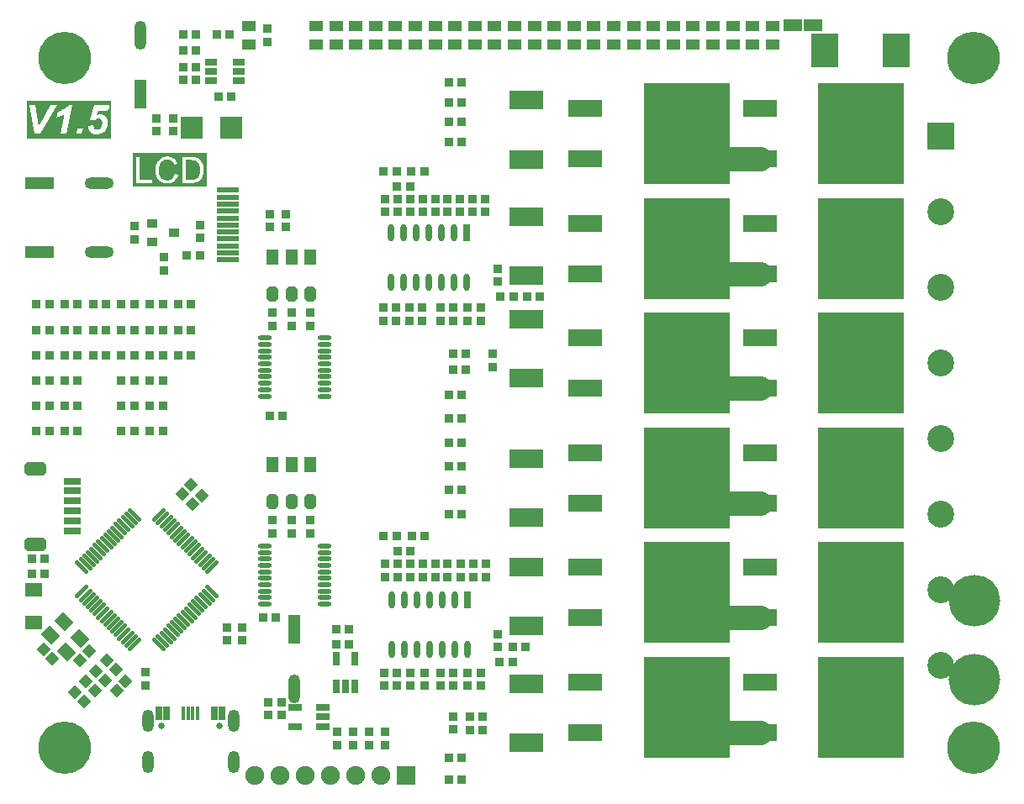
<source format=gts>
G04*
G04 #@! TF.GenerationSoftware,Altium Limited,Altium Designer,20.0.12 (288)*
G04*
G04 Layer_Color=8388736*
%FSLAX25Y25*%
%MOIN*%
G70*
G01*
G75*
%ADD58C,0.09500*%
%ADD59R,0.07400X0.05000*%
%ADD60R,0.34265X0.40170*%
%ADD61R,0.13398X0.07099*%
%ADD62R,0.11036X0.13202*%
%ADD63R,0.06902X0.03162*%
G04:AMPARAMS|DCode=64|XSize=86.74mil|YSize=55.24mil|CornerRadius=0mil|HoleSize=0mil|Usage=FLASHONLY|Rotation=180.000|XOffset=0mil|YOffset=0mil|HoleType=Round|Shape=Octagon|*
%AMOCTAGOND64*
4,1,8,-0.04337,0.01381,-0.04337,-0.01381,-0.02956,-0.02762,0.02956,-0.02762,0.04337,-0.01381,0.04337,0.01381,0.02956,0.02762,-0.02956,0.02762,-0.04337,0.01381,0.0*
%
%ADD64OCTAGOND64*%

%ADD65R,0.03800X0.03800*%
%ADD66R,0.03800X0.03800*%
%ADD67R,0.04737X0.11430*%
%ADD68O,0.04737X0.11430*%
%ADD69R,0.06706X0.05524*%
%ADD70P,0.05374X4X180.0*%
%ADD71P,0.05374X4X90.0*%
G04:AMPARAMS|DCode=72|XSize=51.31mil|YSize=59.18mil|CornerRadius=0mil|HoleSize=0mil|Usage=FLASHONLY|Rotation=225.000|XOffset=0mil|YOffset=0mil|HoleType=Round|Shape=Rectangle|*
%AMROTATEDRECTD72*
4,1,4,-0.00278,0.03906,0.03906,-0.00278,0.00278,-0.03906,-0.03906,0.00278,-0.00278,0.03906,0.0*
%
%ADD72ROTATEDRECTD72*%

G04:AMPARAMS|DCode=73|XSize=17.84mil|YSize=69.02mil|CornerRadius=0mil|HoleSize=0mil|Usage=FLASHONLY|Rotation=135.000|XOffset=0mil|YOffset=0mil|HoleType=Round|Shape=Round|*
%AMOVALD73*
21,1,0.05118,0.01784,0.00000,0.00000,225.0*
1,1,0.01784,0.01810,0.01810*
1,1,0.01784,-0.01810,-0.01810*
%
%ADD73OVALD73*%

G04:AMPARAMS|DCode=74|XSize=17.84mil|YSize=69.02mil|CornerRadius=0mil|HoleSize=0mil|Usage=FLASHONLY|Rotation=45.000|XOffset=0mil|YOffset=0mil|HoleType=Round|Shape=Round|*
%AMOVALD74*
21,1,0.05118,0.01784,0.00000,0.00000,135.0*
1,1,0.01784,0.01810,-0.01810*
1,1,0.01784,-0.01810,0.01810*
%
%ADD74OVALD74*%

%ADD75R,0.05800X0.04300*%
G04:AMPARAMS|DCode=76|XSize=59.18mil|YSize=47.37mil|CornerRadius=0mil|HoleSize=0mil|Usage=FLASHONLY|Rotation=270.000|XOffset=0mil|YOffset=0mil|HoleType=Round|Shape=Octagon|*
%AMOCTAGOND76*
4,1,8,-0.01184,-0.02959,0.01184,-0.02959,0.02368,-0.01775,0.02368,0.01775,0.01184,0.02959,-0.01184,0.02959,-0.02368,0.01775,-0.02368,-0.01775,-0.01184,-0.02959,0.0*
%
%ADD76OCTAGOND76*%

%ADD77R,0.04737X0.05918*%
%ADD78R,0.08674X0.08674*%
%ADD79R,0.13398X0.07296*%
%ADD80R,0.02769X0.06706*%
%ADD81O,0.02769X0.06706*%
%ADD82R,0.05524X0.02769*%
%ADD83R,0.04737X0.02572*%
%ADD84R,0.11430X0.04737*%
%ADD85O,0.11430X0.04737*%
%ADD86O,0.05524X0.01784*%
%ADD87R,0.01681X0.05618*%
%ADD88R,0.02500X0.05618*%
%ADD89R,0.02862X0.05618*%
%ADD90R,0.02769X0.05524*%
%ADD91R,0.08674X0.02296*%
%ADD92R,0.04343X0.03556*%
%ADD93C,0.10642*%
%ADD94R,0.10642X0.10642*%
%ADD95C,0.20800*%
%ADD96R,0.07493X0.07493*%
%ADD97C,0.07493*%
%ADD98C,0.02559*%
%ADD99O,0.04600X0.08800*%
%ADD100C,0.20485*%
%ADD101C,0.18800*%
G36*
X367700Y403100D02*
X334500D01*
Y418300D01*
X367700D01*
Y403100D01*
D02*
G37*
G36*
X405800Y384100D02*
X376300D01*
Y397400D01*
X405800D01*
Y384100D01*
D02*
G37*
%LPC*%
G36*
X346202Y416539D02*
X346085D01*
D01*
X343853D01*
X339071Y407826D01*
X337622Y416539D01*
X335273D01*
X337322Y405011D01*
X335273D01*
X344609D01*
X339838D01*
X346202Y416539D01*
D02*
G37*
G36*
X356531Y407193D02*
Y405011D01*
D01*
D01*
Y407193D01*
D02*
G37*
G36*
D02*
X354299D01*
X353866Y405011D01*
D01*
X356098D01*
X356531Y407193D01*
D02*
G37*
G36*
X352383Y416606D02*
D01*
Y405011D01*
X352383D01*
X352383D01*
Y416606D01*
D02*
G37*
G36*
D02*
X350699D01*
X351017D01*
X350700Y416289D01*
X350367Y415989D01*
X350000Y415706D01*
X349634Y415423D01*
X349267Y415173D01*
X348884Y414923D01*
X348518Y414690D01*
X348168Y414490D01*
X347835Y414290D01*
X347518Y414124D01*
X347235Y413990D01*
X347002Y413874D01*
X346802Y413774D01*
X346652Y413691D01*
X346552Y413657D01*
X346535Y413640D01*
X346518D01*
X346202Y412167D01*
X346085Y411625D01*
X346369Y411691D01*
X346635Y411775D01*
X346918Y411858D01*
X347168Y411941D01*
X347385Y412024D01*
X347568Y412074D01*
X347635Y412108D01*
X347685Y412124D01*
X347701Y412141D01*
X347718D01*
X348051Y412291D01*
X348368Y412441D01*
X348651Y412574D01*
X348884Y412708D01*
X349084Y412824D01*
X349234Y412907D01*
X349317Y412974D01*
X349351Y412991D01*
X347685Y405011D01*
X346202D01*
D01*
X349951D01*
X352383Y416606D01*
D02*
G37*
G36*
X366927Y416389D02*
Y404794D01*
X362012Y404794D01*
X362445Y404827D01*
X362845Y404894D01*
X363212Y404994D01*
X363545Y405111D01*
X363812Y405210D01*
X363928Y405261D01*
X364028Y405310D01*
X364111Y405361D01*
X364161Y405377D01*
X364195Y405410D01*
X364211D01*
X364595Y405660D01*
X364928Y405944D01*
X365211Y406244D01*
X365444Y406527D01*
X365628Y406793D01*
X365711Y406910D01*
X365761Y407010D01*
X365811Y407077D01*
X365844Y407143D01*
X365877Y407176D01*
Y407193D01*
X366077Y407626D01*
X366227Y408059D01*
X366327Y408459D01*
X366410Y408809D01*
X366427Y408976D01*
X366444Y409126D01*
X366460Y409242D01*
Y409359D01*
X366477Y409442D01*
Y409509D01*
Y409542D01*
Y409559D01*
X366460Y409825D01*
X366444Y410092D01*
X366344Y410558D01*
X366277Y410775D01*
X366211Y410975D01*
X366127Y411158D01*
X366044Y411308D01*
X365961Y411458D01*
X365877Y411591D01*
X365811Y411691D01*
X365744Y411775D01*
X365694Y411858D01*
X365644Y411908D01*
X365628Y411925D01*
X365611Y411941D01*
X365444Y412108D01*
X365278Y412241D01*
X365094Y412358D01*
X364911Y412458D01*
X364545Y412624D01*
X364211Y412724D01*
X363912Y412791D01*
X363778Y412808D01*
X363662Y412824D01*
X363578Y412841D01*
X363445D01*
X363195Y412824D01*
X362995Y412808D01*
X362895Y412791D01*
X362829Y412774D01*
X362795Y412757D01*
X362779D01*
X362545Y412691D01*
X362329Y412624D01*
X362245Y412591D01*
X362179Y412574D01*
X362146Y412541D01*
X362129D01*
X362645Y414324D01*
X366494Y414324D01*
X366927Y416389D01*
X361113Y416389D01*
X359363Y410475D01*
X361213Y410342D01*
X361363Y410492D01*
X361496Y410608D01*
X361629Y410725D01*
X361746Y410808D01*
X361846Y410875D01*
X361929Y410925D01*
X361979Y410942D01*
X361996Y410958D01*
X362146Y411025D01*
X362312Y411092D01*
X362445Y411125D01*
X362579Y411141D01*
X362695Y411158D01*
X362779Y411175D01*
X362862D01*
X363078Y411158D01*
X363279Y411108D01*
X363445Y411041D01*
X363578Y410975D01*
X363695Y410892D01*
X363778Y410825D01*
X363828Y410775D01*
X363845Y410758D01*
X363978Y410592D01*
X364061Y410392D01*
X364128Y410192D01*
X364178Y409992D01*
X364211Y409825D01*
X364228Y409675D01*
Y409576D01*
Y409559D01*
Y409542D01*
X364195Y409059D01*
X364128Y408626D01*
X364012Y408259D01*
X363895Y407959D01*
X363778Y407726D01*
X363712Y407626D01*
X363662Y407560D01*
X363628Y407493D01*
X363595Y407443D01*
X363562Y407426D01*
Y407410D01*
X363445Y407276D01*
X363312Y407160D01*
X363062Y406960D01*
X362812Y406826D01*
X362579Y406743D01*
X362396Y406677D01*
X362229Y406660D01*
X362129Y406643D01*
X362096D01*
X361896Y406660D01*
X361712Y406710D01*
X361546Y406760D01*
X361413Y406843D01*
X361313Y406910D01*
X361229Y406960D01*
X361179Y407010D01*
X361163Y407026D01*
X361046Y407193D01*
X360963Y407376D01*
X360896Y407576D01*
X360863Y407776D01*
X360829Y407959D01*
X360813Y408093D01*
Y408193D01*
Y408209D01*
Y408226D01*
Y408293D01*
X360829Y408376D01*
Y408443D01*
Y408476D01*
X358630Y408276D01*
X358647Y407976D01*
X358664Y407710D01*
X358714Y407443D01*
X358780Y407210D01*
X358847Y406977D01*
X358930Y406760D01*
X359014Y406577D01*
X359114Y406410D01*
X359197Y406243D01*
X359280Y406110D01*
X359363Y405994D01*
X359430Y405894D01*
X359497Y405827D01*
X359547Y405777D01*
X359563Y405744D01*
X359580Y405727D01*
X359763Y405560D01*
X359963Y405427D01*
X360163Y405294D01*
X360363Y405194D01*
X360763Y405027D01*
X361146Y404911D01*
X361329Y404877D01*
X361496Y404844D01*
X361646Y404827D01*
X361762Y404811D01*
X361862Y404794D01*
X358630D01*
X366927Y404794D01*
Y416389D01*
D02*
G37*
G36*
X394323Y396052D02*
X385259D01*
X390087D01*
X389599Y396022D01*
X389125Y395948D01*
X388710Y395860D01*
X388517Y395800D01*
X388340Y395741D01*
X388177Y395682D01*
X388029Y395622D01*
X387910Y395578D01*
X387792Y395534D01*
X387718Y395489D01*
X387659Y395460D01*
X387614Y395445D01*
X387599Y395430D01*
X387199Y395178D01*
X386859Y394882D01*
X386563Y394586D01*
X386311Y394290D01*
X386118Y394023D01*
X386044Y393904D01*
X385985Y393801D01*
X385926Y393727D01*
X385896Y393668D01*
X385881Y393623D01*
X385866Y393608D01*
X385659Y393149D01*
X385511Y392675D01*
X385407Y392201D01*
X385333Y391772D01*
X385304Y391579D01*
X385289Y391387D01*
X385274Y391239D01*
Y391091D01*
X385259Y390987D01*
Y391091D01*
Y390824D01*
X385289Y390291D01*
X385348Y389773D01*
X385422Y389313D01*
X385481Y389091D01*
X385526Y388899D01*
X385570Y388721D01*
X385630Y388558D01*
X385674Y388410D01*
X385704Y388292D01*
X385748Y388203D01*
X385763Y388129D01*
X385792Y388084D01*
Y388069D01*
X386015Y387625D01*
X386266Y387225D01*
X386533Y386885D01*
X386666Y386751D01*
X386785Y386618D01*
X386903Y386500D01*
X387022Y386396D01*
X387125Y386307D01*
X387214Y386248D01*
X387274Y386189D01*
X387333Y386144D01*
X387362Y386129D01*
X387377Y386115D01*
X387584Y385996D01*
X387792Y385892D01*
X388236Y385729D01*
X388680Y385611D01*
X389110Y385537D01*
X389317Y385507D01*
X389495Y385478D01*
X389658Y385463D01*
X389791D01*
X389910Y385448D01*
X390072D01*
X390369Y385463D01*
X390650Y385492D01*
X390917Y385522D01*
X391168Y385581D01*
X391405Y385655D01*
X391628Y385729D01*
X391835Y385804D01*
X392027Y385892D01*
X392190Y385966D01*
X392353Y386040D01*
X392472Y386115D01*
X392590Y386189D01*
X392664Y386248D01*
X392738Y386277D01*
X392768Y386307D01*
X392783Y386322D01*
X392990Y386500D01*
X393168Y386677D01*
X393331Y386885D01*
X393494Y387092D01*
X393760Y387507D01*
X393968Y387921D01*
X394056Y388114D01*
X394130Y388292D01*
X394190Y388454D01*
X394234Y388588D01*
X394279Y388706D01*
X394308Y388795D01*
X394323Y388854D01*
Y389091D01*
Y388869D01*
X392961Y389210D01*
X392901Y388973D01*
X392827Y388751D01*
X392753Y388543D01*
X392679Y388351D01*
X392590Y388173D01*
X392501Y388025D01*
X392398Y387877D01*
X392309Y387744D01*
X392235Y387625D01*
X392146Y387536D01*
X392072Y387447D01*
X392013Y387373D01*
X391953Y387329D01*
X391909Y387284D01*
X391894Y387270D01*
X391879Y387255D01*
X391731Y387136D01*
X391568Y387048D01*
X391243Y386885D01*
X390932Y386766D01*
X390620Y386692D01*
X390354Y386633D01*
X390250Y386618D01*
X390147D01*
X390058Y386603D01*
X389954D01*
X389613Y386618D01*
X389288Y386677D01*
X388991Y386751D01*
X388725Y386840D01*
X388517Y386929D01*
X388429Y386974D01*
X388355Y387003D01*
X388295Y387033D01*
X388251Y387062D01*
X388221Y387077D01*
X388207D01*
X387925Y387284D01*
X387688Y387507D01*
X387481Y387758D01*
X387318Y387995D01*
X387185Y388203D01*
X387096Y388380D01*
X387066Y388454D01*
X387036Y388499D01*
X387022Y388528D01*
Y388543D01*
X386903Y388928D01*
X386814Y389313D01*
X386740Y389699D01*
X386696Y390054D01*
X386681Y390217D01*
X386666Y390365D01*
Y390498D01*
X386651Y390602D01*
Y390691D01*
Y390765D01*
Y390809D01*
Y390824D01*
X386666Y391209D01*
X386696Y391565D01*
X386755Y391890D01*
X386814Y392187D01*
X386859Y392438D01*
X386888Y392542D01*
X386918Y392631D01*
X386933Y392705D01*
X386948Y392749D01*
X386962Y392779D01*
Y392794D01*
X387110Y393134D01*
X387274Y393445D01*
X387451Y393697D01*
X387644Y393919D01*
X387807Y394097D01*
X387940Y394215D01*
X388044Y394290D01*
X388058Y394319D01*
X388073D01*
X388384Y394512D01*
X388725Y394660D01*
X389051Y394763D01*
X389362Y394823D01*
X389643Y394867D01*
X389761Y394882D01*
X389865D01*
X389939Y394897D01*
X390058D01*
X390428Y394882D01*
X390769Y394823D01*
X391050Y394734D01*
X391302Y394645D01*
X391494Y394541D01*
X391642Y394467D01*
X391731Y394408D01*
X391761Y394378D01*
X391998Y394156D01*
X392220Y393904D01*
X392398Y393638D01*
X392546Y393371D01*
X392664Y393134D01*
X392709Y393016D01*
X392738Y392927D01*
X392768Y392853D01*
X392798Y392794D01*
X392812Y392764D01*
Y392749D01*
X394145Y393060D01*
X394056Y393327D01*
X393968Y393564D01*
X393849Y393786D01*
X393745Y394008D01*
X393627Y394201D01*
X393494Y394378D01*
X393375Y394556D01*
X393257Y394704D01*
X393138Y394823D01*
X393035Y394941D01*
X392931Y395045D01*
X392857Y395119D01*
X392783Y395193D01*
X392723Y395237D01*
X392694Y395252D01*
X392679Y395267D01*
X392472Y395400D01*
X392264Y395534D01*
X392057Y395637D01*
X391835Y395726D01*
X391391Y395860D01*
X390991Y395948D01*
X390798Y395993D01*
X390635Y396007D01*
X390472Y396022D01*
X390339Y396037D01*
X390235Y396052D01*
X394323D01*
D01*
D02*
G37*
G36*
X384045Y395874D02*
Y386840D01*
X378995D01*
Y395874D01*
X384045D01*
X377632D01*
Y385626D01*
X384045D01*
Y395874D01*
D02*
G37*
G36*
X404468D02*
X395996D01*
Y385626D01*
X399684D01*
X400025Y385641D01*
X400336Y385655D01*
X400617Y385685D01*
X400854Y385715D01*
X401062Y385744D01*
X401210Y385759D01*
X401254Y385774D01*
X401299Y385789D01*
X401328D01*
X401595Y385863D01*
X401832Y385952D01*
X402039Y386026D01*
X402217Y386115D01*
X402365Y386189D01*
X402468Y386248D01*
X402528Y386292D01*
X402557Y386307D01*
X402750Y386440D01*
X402913Y386603D01*
X403076Y386751D01*
X403209Y386899D01*
X403328Y387033D01*
X403416Y387136D01*
X403476Y387210D01*
X403490Y387240D01*
X403639Y387477D01*
X403787Y387729D01*
X403905Y387966D01*
X403994Y388203D01*
X404083Y388410D01*
X404142Y388573D01*
X404157Y388632D01*
X404172Y388677D01*
X404186Y388706D01*
Y388721D01*
X404275Y389076D01*
X404349Y389432D01*
X404394Y389773D01*
X404438Y390098D01*
X404453Y390380D01*
Y390498D01*
X404468Y390602D01*
Y390794D01*
X404453Y391298D01*
X404409Y391757D01*
X404335Y392172D01*
X404305Y392364D01*
X404260Y392527D01*
X404216Y392690D01*
X404186Y392823D01*
X404157Y392942D01*
X404112Y393046D01*
X404098Y393134D01*
X404068Y393194D01*
X404053Y393223D01*
Y393238D01*
X403890Y393623D01*
X403698Y393964D01*
X403490Y394260D01*
X403298Y394512D01*
X403120Y394719D01*
X402972Y394867D01*
X402913Y394912D01*
X402868Y394956D01*
X402854Y394971D01*
X402839Y394986D01*
X402602Y395178D01*
X402350Y395326D01*
X402098Y395460D01*
X401861Y395563D01*
X401654Y395637D01*
X401491Y395682D01*
X401432Y395711D01*
X401387D01*
X401358Y395726D01*
X401343D01*
X401091Y395771D01*
X400795Y395815D01*
X400499Y395845D01*
X400203Y395860D01*
X399936Y395874D01*
X404468D01*
D02*
G37*
%LPD*%
G36*
X399921Y394645D02*
X400114D01*
X400291Y394630D01*
X400588Y394586D01*
X400825Y394556D01*
X401017Y394512D01*
X401150Y394467D01*
X401225Y394453D01*
X401254Y394438D01*
X401521Y394304D01*
X401772Y394142D01*
X401995Y393949D01*
X402187Y393756D01*
X402335Y393579D01*
X402454Y393431D01*
X402483Y393371D01*
X402513Y393327D01*
X402543Y393297D01*
Y393283D01*
X402631Y393120D01*
X402720Y392927D01*
X402854Y392542D01*
X402942Y392127D01*
X403017Y391727D01*
X403031Y391550D01*
X403046Y391372D01*
X403061Y391224D01*
Y391091D01*
X403076Y390972D01*
Y390898D01*
Y390839D01*
Y390824D01*
X403061Y390409D01*
X403031Y390024D01*
X402987Y389684D01*
X402942Y389387D01*
X402913Y389269D01*
X402883Y389165D01*
X402854Y389062D01*
X402839Y388988D01*
X402824Y388928D01*
X402809Y388884D01*
X402794Y388854D01*
Y388840D01*
X402691Y388558D01*
X402572Y388306D01*
X402439Y388084D01*
X402320Y387892D01*
X402217Y387744D01*
X402128Y387640D01*
X402069Y387581D01*
X402054Y387551D01*
X401906Y387433D01*
X401758Y387329D01*
X401610Y387240D01*
X401461Y387151D01*
X401328Y387092D01*
X401225Y387048D01*
X401150Y387033D01*
X401121Y387018D01*
X400899Y386959D01*
X400632Y386914D01*
X400365Y386885D01*
X400114Y386870D01*
X399892Y386855D01*
X399788Y386840D01*
X397359D01*
Y394660D01*
X399729D01*
X399921Y394645D01*
D02*
G37*
D58*
X606100Y167500D02*
X625100D01*
X606100Y213000D02*
X625100D01*
X606100Y258500D02*
X625100D01*
X606100Y304000D02*
X625100D01*
X606100Y349500D02*
X625100D01*
X606100Y395000D02*
X625100D01*
D59*
X646000Y448000D02*
D03*
X638000D02*
D03*
D60*
X596000Y177500D02*
D03*
Y405000D02*
D03*
Y359500D02*
D03*
X665158Y405000D02*
D03*
X665158Y359500D02*
D03*
Y314000D02*
D03*
X596000D02*
D03*
X665158Y223000D02*
D03*
X596000Y268500D02*
D03*
X665158D02*
D03*
Y177500D02*
D03*
X596000Y223000D02*
D03*
D61*
X555842Y187500D02*
D03*
Y167500D02*
D03*
Y415000D02*
D03*
Y395000D02*
D03*
Y369500D02*
D03*
Y349500D02*
D03*
X625000Y415000D02*
D03*
Y395000D02*
D03*
X625000Y369500D02*
D03*
Y349500D02*
D03*
Y324000D02*
D03*
Y304000D02*
D03*
X555842Y324000D02*
D03*
Y304000D02*
D03*
X625000Y233000D02*
D03*
Y213000D02*
D03*
X555842Y278500D02*
D03*
Y258500D02*
D03*
X625000Y278500D02*
D03*
Y258500D02*
D03*
Y187500D02*
D03*
Y167500D02*
D03*
X555842Y233000D02*
D03*
Y213000D02*
D03*
D62*
X650727Y438100D02*
D03*
X679073D02*
D03*
D63*
X352500Y251537D02*
D03*
Y247600D02*
D03*
X352500Y259411D02*
D03*
Y255474D02*
D03*
X352500Y263348D02*
D03*
Y267285D02*
D03*
D64*
X337700Y242300D02*
D03*
X337700Y272047D02*
D03*
D65*
X476500Y162641D02*
D03*
Y167759D02*
D03*
X470167Y162641D02*
D03*
Y167759D02*
D03*
X381400Y186241D02*
D03*
Y191359D02*
D03*
X413800Y204141D02*
D03*
Y209259D02*
D03*
X419800Y204141D02*
D03*
Y209259D02*
D03*
X446800Y334059D02*
D03*
Y328941D02*
D03*
X439250Y334059D02*
D03*
Y328941D02*
D03*
X431700Y334059D02*
D03*
Y328941D02*
D03*
X446800Y251718D02*
D03*
Y246600D02*
D03*
X439400Y251718D02*
D03*
Y246600D02*
D03*
X431700Y251659D02*
D03*
Y246541D02*
D03*
X501175Y374041D02*
D03*
Y379159D02*
D03*
X496200Y374041D02*
D03*
Y379159D02*
D03*
X516100D02*
D03*
Y374041D02*
D03*
X501100Y229241D02*
D03*
Y234359D02*
D03*
X496200Y229241D02*
D03*
Y234359D02*
D03*
X516300D02*
D03*
Y229241D02*
D03*
X503300Y168841D02*
D03*
Y173959D02*
D03*
X385600Y411300D02*
D03*
Y406182D02*
D03*
X392300Y411300D02*
D03*
X392300Y406182D02*
D03*
X396241Y426341D02*
D03*
Y431459D02*
D03*
X463834Y167759D02*
D03*
X463834Y162641D02*
D03*
X429700Y446759D02*
D03*
X429700Y441641D02*
D03*
X457500Y167759D02*
D03*
X457500Y162641D02*
D03*
X506150Y379159D02*
D03*
Y374041D02*
D03*
X511125D02*
D03*
Y379159D02*
D03*
X486250D02*
D03*
Y374041D02*
D03*
X491225D02*
D03*
Y379159D02*
D03*
X481275D02*
D03*
Y374041D02*
D03*
X476300D02*
D03*
Y379159D02*
D03*
X518900Y312641D02*
D03*
X518900Y317759D02*
D03*
X485985Y330899D02*
D03*
Y336017D02*
D03*
X491128Y336017D02*
D03*
Y330899D02*
D03*
X480842D02*
D03*
Y336017D02*
D03*
X475700D02*
D03*
X475700Y330899D02*
D03*
X503500Y330899D02*
D03*
Y336017D02*
D03*
X498400D02*
D03*
Y330899D02*
D03*
X520900Y351559D02*
D03*
Y346441D02*
D03*
X509100Y330899D02*
D03*
Y336017D02*
D03*
X514500D02*
D03*
Y330899D02*
D03*
X506200Y234359D02*
D03*
Y229241D02*
D03*
X511200D02*
D03*
Y234359D02*
D03*
X486400D02*
D03*
Y229241D02*
D03*
X491300D02*
D03*
Y234359D02*
D03*
X481500D02*
D03*
Y229241D02*
D03*
X476500D02*
D03*
Y234359D02*
D03*
X486400Y186098D02*
D03*
Y191216D02*
D03*
X491900Y191217D02*
D03*
Y186099D02*
D03*
X480900Y186098D02*
D03*
Y191216D02*
D03*
X475900Y191217D02*
D03*
Y186099D02*
D03*
X503500Y186098D02*
D03*
Y191216D02*
D03*
X498400Y191217D02*
D03*
Y186099D02*
D03*
X521000Y206618D02*
D03*
X521000Y201500D02*
D03*
X509100Y186098D02*
D03*
Y191216D02*
D03*
X514500Y191217D02*
D03*
Y186099D02*
D03*
X401359Y431459D02*
D03*
Y426341D02*
D03*
X437100Y368100D02*
D03*
Y373218D02*
D03*
X430800D02*
D03*
Y368100D02*
D03*
X388600Y356059D02*
D03*
X388600Y350941D02*
D03*
X402900Y363741D02*
D03*
Y368859D02*
D03*
X377000Y363241D02*
D03*
Y368359D02*
D03*
D66*
X457000Y208500D02*
D03*
X462118D02*
D03*
X457000Y202500D02*
D03*
X462118D02*
D03*
X336322Y236400D02*
D03*
X341440D02*
D03*
X336322Y230500D02*
D03*
X341440D02*
D03*
X435761Y293039D02*
D03*
X430643D02*
D03*
X428041Y213200D02*
D03*
X433159D02*
D03*
X481141Y384300D02*
D03*
X486259D02*
D03*
X503341Y317700D02*
D03*
X508459Y317700D02*
D03*
X522141Y340400D02*
D03*
X527259D02*
D03*
X481341Y239600D02*
D03*
X486459D02*
D03*
X521841Y195600D02*
D03*
X526959D02*
D03*
X365704Y337600D02*
D03*
X360585D02*
D03*
X365704Y327200D02*
D03*
X360585D02*
D03*
X365704Y317200D02*
D03*
X360585D02*
D03*
X338082Y287001D02*
D03*
X343200Y287001D02*
D03*
X338082Y297101D02*
D03*
X343200D02*
D03*
X338082Y307101D02*
D03*
X343200D02*
D03*
X399459Y337600D02*
D03*
X394341D02*
D03*
X399459Y327200D02*
D03*
X394341D02*
D03*
X399459Y317200D02*
D03*
X394341D02*
D03*
X371837Y287001D02*
D03*
X376955Y287001D02*
D03*
X371837Y297101D02*
D03*
X376955D02*
D03*
X371837Y307101D02*
D03*
X376955D02*
D03*
X430141Y179600D02*
D03*
X435259Y179600D02*
D03*
X430141Y174500D02*
D03*
X435259Y174500D02*
D03*
X415359Y419700D02*
D03*
X410241D02*
D03*
X501641Y425500D02*
D03*
X506759D02*
D03*
X501641Y417633D02*
D03*
X506759D02*
D03*
X501641Y409766D02*
D03*
X506759Y409766D02*
D03*
X501641Y401900D02*
D03*
X506759D02*
D03*
X501641Y301500D02*
D03*
X506759D02*
D03*
X501641Y292060D02*
D03*
X506759D02*
D03*
X501641Y282620D02*
D03*
X506759D02*
D03*
X501641Y273180D02*
D03*
X506759D02*
D03*
X501641Y263740D02*
D03*
X506759D02*
D03*
X501641Y254300D02*
D03*
X506759D02*
D03*
X501641Y157400D02*
D03*
X506759D02*
D03*
X501641Y148900D02*
D03*
X506759D02*
D03*
X491859Y390200D02*
D03*
X486741D02*
D03*
X475741Y390200D02*
D03*
X480859D02*
D03*
X508459Y311600D02*
D03*
X503341D02*
D03*
X537659Y340400D02*
D03*
X532541D02*
D03*
X492059Y245500D02*
D03*
X486941Y245500D02*
D03*
X475841Y245500D02*
D03*
X480959D02*
D03*
X515059Y173900D02*
D03*
X509941D02*
D03*
X515059Y168600D02*
D03*
X509941D02*
D03*
X532059Y201500D02*
D03*
X526941D02*
D03*
X414659Y444500D02*
D03*
X409541Y444500D02*
D03*
X401359Y438200D02*
D03*
X396241D02*
D03*
X401359Y444500D02*
D03*
X396241D02*
D03*
X338082Y337600D02*
D03*
X343200Y337600D02*
D03*
X338082Y327200D02*
D03*
X343200Y327200D02*
D03*
X338082Y317200D02*
D03*
X343200D02*
D03*
X349334Y337600D02*
D03*
X354452Y337600D02*
D03*
X349334Y327200D02*
D03*
X354452Y327200D02*
D03*
X349334Y317200D02*
D03*
X354452Y317200D02*
D03*
X349334Y307101D02*
D03*
X354452Y307101D02*
D03*
X349334Y297101D02*
D03*
X354452D02*
D03*
X349334Y287001D02*
D03*
X354452D02*
D03*
X371837Y337600D02*
D03*
X376955D02*
D03*
X371837Y327200D02*
D03*
X376955D02*
D03*
X371837Y317200D02*
D03*
X376955D02*
D03*
X383089Y337600D02*
D03*
X388207D02*
D03*
X383089Y327200D02*
D03*
X388207D02*
D03*
X383089Y317200D02*
D03*
X388207D02*
D03*
X383089Y307101D02*
D03*
X388207D02*
D03*
X383089Y297101D02*
D03*
X388207D02*
D03*
X383089Y287001D02*
D03*
X388207D02*
D03*
X402859Y356800D02*
D03*
X397741D02*
D03*
D67*
X440400Y208400D02*
D03*
X379500Y420700D02*
D03*
D68*
X440400Y184778D02*
D03*
X379500Y444322D02*
D03*
D69*
X337060Y211304D02*
D03*
Y224296D02*
D03*
D70*
X365991Y196109D02*
D03*
X369610Y192490D02*
D03*
X344510Y196890D02*
D03*
X340891Y200510D02*
D03*
X353391Y183510D02*
D03*
X357010Y179891D02*
D03*
X365410Y188291D02*
D03*
X361791Y191910D02*
D03*
X361210Y184090D02*
D03*
X357591Y187709D02*
D03*
D71*
X369890Y184290D02*
D03*
X373510Y187909D02*
D03*
X355490Y196090D02*
D03*
X359109Y199709D02*
D03*
X403710Y261610D02*
D03*
X400091Y257991D02*
D03*
X399510Y265810D02*
D03*
X395890Y262191D02*
D03*
D72*
X355346Y204943D02*
D03*
X350057Y199654D02*
D03*
X348943Y211346D02*
D03*
X343654Y206057D02*
D03*
D73*
X392339Y248381D02*
D03*
X390947Y249773D02*
D03*
X386771Y253949D02*
D03*
X388163Y252557D02*
D03*
X389555Y251165D02*
D03*
X393731Y246989D02*
D03*
X395123Y245597D02*
D03*
X396515Y244205D02*
D03*
X397907Y242813D02*
D03*
X399299Y241421D02*
D03*
X400691Y240030D02*
D03*
X402082Y238638D02*
D03*
X403474Y237246D02*
D03*
X404866Y235854D02*
D03*
X406258Y234462D02*
D03*
X407650Y233070D02*
D03*
X377030Y202449D02*
D03*
X375638Y203841D02*
D03*
X374246Y205233D02*
D03*
X372854Y206625D02*
D03*
X371462Y208017D02*
D03*
X370070Y209409D02*
D03*
X368678Y210801D02*
D03*
X367286Y212193D02*
D03*
X365894Y213585D02*
D03*
X364502Y214977D02*
D03*
X363110Y216369D02*
D03*
X361718Y217761D02*
D03*
X360327Y219153D02*
D03*
X358934Y220545D02*
D03*
X357542Y221936D02*
D03*
X356151Y223328D02*
D03*
D74*
Y233070D02*
D03*
X357542Y234462D02*
D03*
X358934Y235854D02*
D03*
X360327Y237246D02*
D03*
X361718Y238638D02*
D03*
X363110Y240030D02*
D03*
X364502Y241421D02*
D03*
X365894Y242813D02*
D03*
X367286Y244205D02*
D03*
X368678Y245597D02*
D03*
X370070Y246989D02*
D03*
X371462Y248381D02*
D03*
X372854Y249773D02*
D03*
X374246Y251165D02*
D03*
X375638Y252557D02*
D03*
X377030Y253949D02*
D03*
X407650Y223328D02*
D03*
X406258Y221936D02*
D03*
X404866Y220545D02*
D03*
X403474Y219153D02*
D03*
X402082Y217761D02*
D03*
X400691Y216369D02*
D03*
X399299Y214977D02*
D03*
X397907Y213585D02*
D03*
X396515Y212193D02*
D03*
X395123Y210801D02*
D03*
X393731Y209409D02*
D03*
X392339Y208017D02*
D03*
X390947Y206625D02*
D03*
X389555Y205233D02*
D03*
X388163Y203841D02*
D03*
X386771Y202449D02*
D03*
D75*
X422500Y440459D02*
D03*
X422500Y447940D02*
D03*
X629934Y447940D02*
D03*
Y440459D02*
D03*
X622067Y447940D02*
D03*
Y440459D02*
D03*
X614200Y447940D02*
D03*
Y440459D02*
D03*
X606333Y447940D02*
D03*
Y440459D02*
D03*
X598467Y447940D02*
D03*
Y440459D02*
D03*
X590600Y447940D02*
D03*
Y440459D02*
D03*
X582734Y447940D02*
D03*
Y440459D02*
D03*
X574867Y447940D02*
D03*
Y440459D02*
D03*
X567000Y447940D02*
D03*
Y440459D02*
D03*
X559134Y447940D02*
D03*
Y440459D02*
D03*
X551267Y447940D02*
D03*
Y440459D02*
D03*
X543400Y447940D02*
D03*
Y440459D02*
D03*
X535534Y447940D02*
D03*
Y440459D02*
D03*
X527667Y447940D02*
D03*
Y440459D02*
D03*
X519800Y447940D02*
D03*
Y440459D02*
D03*
X511934Y447940D02*
D03*
Y440459D02*
D03*
X504067Y447940D02*
D03*
Y440459D02*
D03*
X496200Y447940D02*
D03*
Y440459D02*
D03*
X488334Y447940D02*
D03*
Y440459D02*
D03*
X480467Y447940D02*
D03*
Y440459D02*
D03*
X472600Y447940D02*
D03*
Y440459D02*
D03*
X464734Y447940D02*
D03*
Y440459D02*
D03*
X456867Y447940D02*
D03*
Y440459D02*
D03*
X449000Y447940D02*
D03*
Y440459D02*
D03*
D76*
X446800Y341517D02*
D03*
X439250D02*
D03*
X431700D02*
D03*
X446800Y259200D02*
D03*
X439250D02*
D03*
X431700D02*
D03*
D77*
X446800Y356083D02*
D03*
X439250D02*
D03*
X431700D02*
D03*
X446800Y273767D02*
D03*
X439250D02*
D03*
X431700D02*
D03*
D78*
X415474Y407600D02*
D03*
X399726D02*
D03*
D79*
X532300Y394989D02*
D03*
Y418414D02*
D03*
X532300Y348669D02*
D03*
Y372094D02*
D03*
X532300Y308149D02*
D03*
X532300Y331574D02*
D03*
X532300Y252729D02*
D03*
X532300Y276154D02*
D03*
X532300Y209709D02*
D03*
Y233134D02*
D03*
Y163389D02*
D03*
Y186814D02*
D03*
D80*
X508750Y365770D02*
D03*
X509100Y220300D02*
D03*
D81*
X503750Y365770D02*
D03*
X498750Y365770D02*
D03*
X493750Y365770D02*
D03*
X488750Y365770D02*
D03*
X483750Y365770D02*
D03*
X478750D02*
D03*
Y346085D02*
D03*
X483750D02*
D03*
X488750Y346085D02*
D03*
X493750Y346085D02*
D03*
X498750Y346085D02*
D03*
X503750Y346085D02*
D03*
X508750D02*
D03*
X504100Y220300D02*
D03*
X499100D02*
D03*
X494100D02*
D03*
X489100D02*
D03*
X484100D02*
D03*
X479100D02*
D03*
Y200615D02*
D03*
X484100D02*
D03*
X489100D02*
D03*
X494100D02*
D03*
X499100D02*
D03*
X504100D02*
D03*
X509100D02*
D03*
D82*
X440788Y177440D02*
D03*
Y169960D02*
D03*
X451812Y173700D02*
D03*
Y169960D02*
D03*
Y177440D02*
D03*
D83*
X418500Y426160D02*
D03*
Y429900D02*
D03*
Y433640D02*
D03*
X407500Y433640D02*
D03*
Y429900D02*
D03*
X407500Y426160D02*
D03*
D84*
X339389Y358300D02*
D03*
Y385400D02*
D03*
D85*
X363011Y358300D02*
D03*
X363011Y385400D02*
D03*
D86*
X452411Y300984D02*
D03*
Y303543D02*
D03*
Y306102D02*
D03*
Y308661D02*
D03*
Y311220D02*
D03*
Y313779D02*
D03*
Y316339D02*
D03*
Y318898D02*
D03*
Y321457D02*
D03*
Y324016D02*
D03*
X428789Y300984D02*
D03*
X428789Y303543D02*
D03*
X428789Y306102D02*
D03*
X428789Y308661D02*
D03*
X428789Y311221D02*
D03*
X428789Y313779D02*
D03*
X428789Y316339D02*
D03*
Y318898D02*
D03*
Y321457D02*
D03*
Y324016D02*
D03*
X452411Y218484D02*
D03*
Y221043D02*
D03*
Y223602D02*
D03*
Y226161D02*
D03*
Y228720D02*
D03*
Y231279D02*
D03*
Y233839D02*
D03*
Y236398D02*
D03*
Y238957D02*
D03*
Y241516D02*
D03*
X428789Y218484D02*
D03*
X428789Y221043D02*
D03*
X428789Y223602D02*
D03*
X428789Y226161D02*
D03*
X428789Y228720D02*
D03*
X428789Y231279D02*
D03*
X428789Y233839D02*
D03*
Y236398D02*
D03*
Y238957D02*
D03*
Y241516D02*
D03*
D87*
X396247Y175095D02*
D03*
X398216Y175095D02*
D03*
X400184D02*
D03*
X402153Y175095D02*
D03*
D88*
X389751D02*
D03*
X408649D02*
D03*
D89*
X386602D02*
D03*
X411798D02*
D03*
D90*
X464480Y196900D02*
D03*
X457000D02*
D03*
X460740Y185876D02*
D03*
X457000D02*
D03*
X464480D02*
D03*
D91*
X414000Y357876D02*
D03*
X414000Y360632D02*
D03*
Y363388D02*
D03*
Y366144D02*
D03*
Y368900D02*
D03*
Y374412D02*
D03*
X414000Y377168D02*
D03*
X414000Y379924D02*
D03*
Y382680D02*
D03*
Y355121D02*
D03*
Y371656D02*
D03*
D92*
X384069Y369540D02*
D03*
Y362060D02*
D03*
X392731Y365800D02*
D03*
D93*
X696630Y314200D02*
D03*
Y344200D02*
D03*
Y374200D02*
D03*
Y254200D02*
D03*
Y284200D02*
D03*
Y224200D02*
D03*
Y194200D02*
D03*
D94*
Y404200D02*
D03*
D95*
X709770Y161400D02*
D03*
Y435100D02*
D03*
X349206Y161400D02*
D03*
Y435100D02*
D03*
D96*
X484600Y150500D02*
D03*
D97*
X474600D02*
D03*
X464600D02*
D03*
X454600D02*
D03*
X444600D02*
D03*
X434600D02*
D03*
X424600D02*
D03*
D98*
X387822Y170193D02*
D03*
X410578Y170193D02*
D03*
D99*
X382192Y172162D02*
D03*
X416208Y172162D02*
D03*
X382192Y155705D02*
D03*
X416208D02*
D03*
D100*
X667000Y177500D02*
D03*
X710000Y219700D02*
D03*
Y188600D02*
D03*
D101*
X596000Y405000D02*
D03*
Y177500D02*
D03*
Y223000D02*
D03*
Y268500D02*
D03*
Y314000D02*
D03*
Y359500D02*
D03*
M02*

</source>
